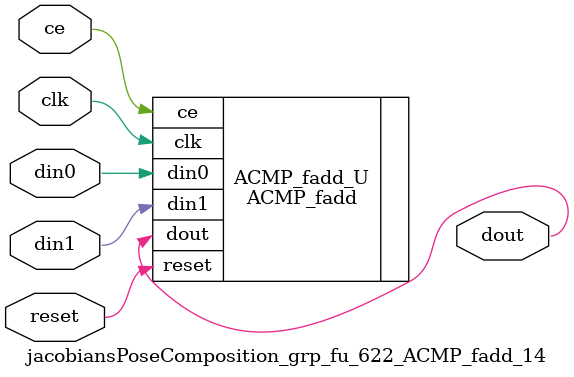
<source format=v>

`timescale 1 ns / 1 ps
module jacobiansPoseComposition_grp_fu_622_ACMP_fadd_14(
    clk,
    reset,
    ce,
    din0,
    din1,
    dout);

parameter ID = 32'd1;
parameter NUM_STAGE = 32'd1;
parameter din0_WIDTH = 32'd1;
parameter din1_WIDTH = 32'd1;
parameter dout_WIDTH = 32'd1;
input clk;
input reset;
input ce;
input[din0_WIDTH - 1:0] din0;
input[din1_WIDTH - 1:0] din1;
output[dout_WIDTH - 1:0] dout;



ACMP_fadd #(
.ID( ID ),
.NUM_STAGE( 4 ),
.din0_WIDTH( din0_WIDTH ),
.din1_WIDTH( din1_WIDTH ),
.dout_WIDTH( dout_WIDTH ))
ACMP_fadd_U(
    .clk( clk ),
    .reset( reset ),
    .ce( ce ),
    .din0( din0 ),
    .din1( din1 ),
    .dout( dout ));

endmodule

</source>
